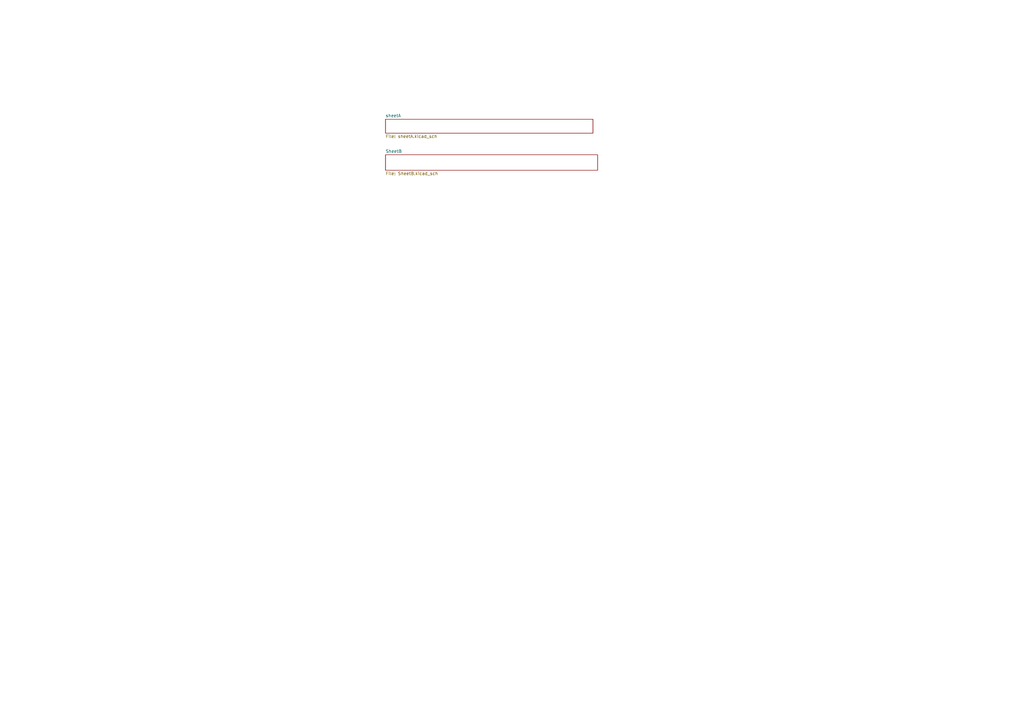
<source format=kicad_sch>
(kicad_sch (version 20230121) (generator eeschema)
  (paper "A3")
  (lib_symbols)
  (sheet (at 158.115 48.895) (size 85.09 5.715) (stroke (width 0.1524))
    (property "Sheetname" "sheetA" (at 158.115 48.1834 0) (effects (justify left bottom)))
    (property "Sheetfile" "sheetA.kicad_sch" (at 158.115 55.1946 0) (effects (justify left top)))
  )
  (sheet (at 158.115 63.5) (size 86.995 6.35) (stroke (width 0.1524))
    (property "Sheetname" "SheetB" (at 158.115 62.7884 0) (effects (justify left bottom)))
    (property "Sheetfile" "SheetB.kicad_sch" (at 158.115 70.4346 0) (effects (justify left top)))
  )
)
</source>
